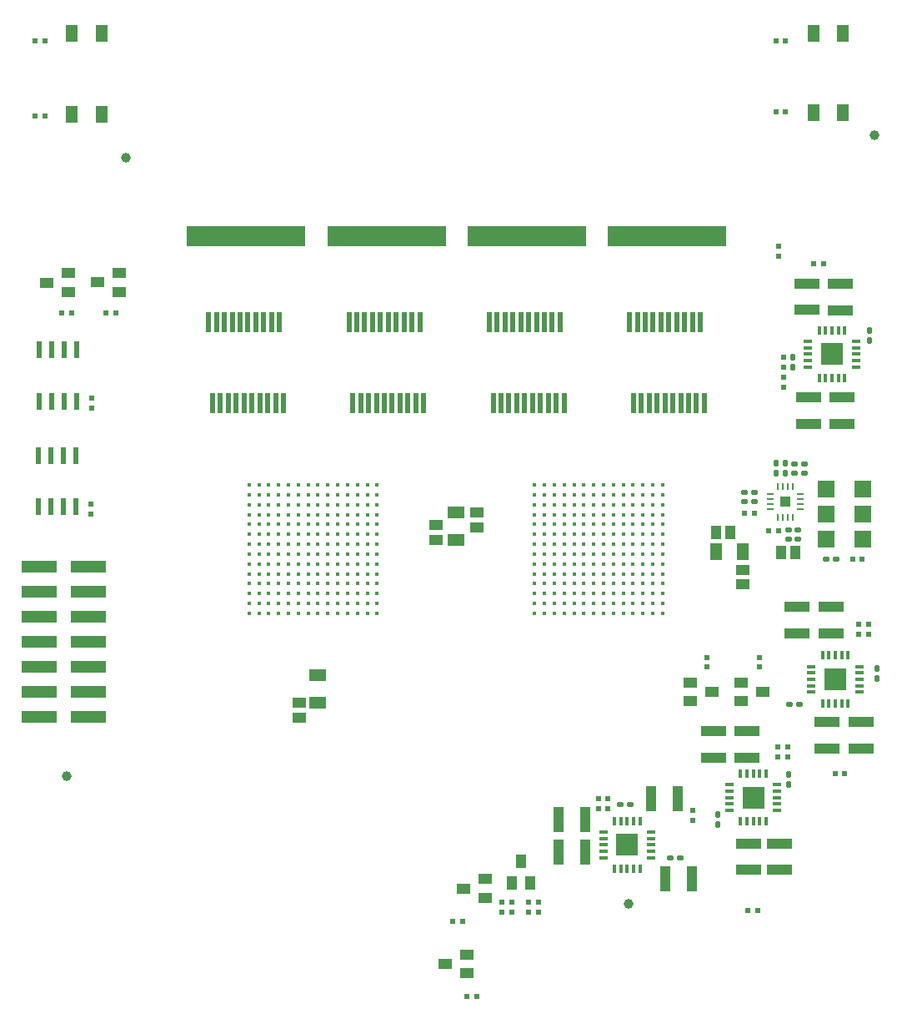
<source format=gtp>
%FSLAX44Y44*%
%MOMM*%
G71*
G01*
G75*
G04 Layer_Color=8421504*
%ADD10C,0.2032*%
%ADD11R,1.6000X1.6000*%
%ADD12R,0.2800X0.8000*%
%ADD13R,0.8000X0.2800*%
%ADD14R,0.6000X0.6000*%
%ADD15R,0.6000X0.6000*%
%ADD16R,1.4000X1.0000*%
G04:AMPARAMS|DCode=17|XSize=0.5mm|YSize=0.6mm|CornerRadius=0.125mm|HoleSize=0mm|Usage=FLASHONLY|Rotation=0.000|XOffset=0mm|YOffset=0mm|HoleType=Round|Shape=RoundedRectangle|*
%AMROUNDEDRECTD17*
21,1,0.5000,0.3500,0,0,0.0*
21,1,0.2500,0.6000,0,0,0.0*
1,1,0.2500,0.1250,-0.1750*
1,1,0.2500,-0.1250,-0.1750*
1,1,0.2500,-0.1250,0.1750*
1,1,0.2500,0.1250,0.1750*
%
%ADD17ROUNDEDRECTD17*%
%ADD18R,2.6000X1.1000*%
G04:AMPARAMS|DCode=19|XSize=0.5mm|YSize=0.6mm|CornerRadius=0.125mm|HoleSize=0mm|Usage=FLASHONLY|Rotation=270.000|XOffset=0mm|YOffset=0mm|HoleType=Round|Shape=RoundedRectangle|*
%AMROUNDEDRECTD19*
21,1,0.5000,0.3500,0,0,270.0*
21,1,0.2500,0.6000,0,0,270.0*
1,1,0.2500,-0.1750,-0.1250*
1,1,0.2500,-0.1750,0.1250*
1,1,0.2500,0.1750,0.1250*
1,1,0.2500,0.1750,-0.1250*
%
%ADD19ROUNDEDRECTD19*%
%ADD20R,1.1000X1.3500*%
%ADD21R,1.0000X1.4000*%
%ADD22R,1.4000X1.1000*%
%ADD23R,1.1500X1.8000*%
%ADD24R,0.9500X0.3500*%
%ADD25R,0.3500X0.9500*%
%ADD26R,3.3000X3.3000*%
%ADD27R,0.6000X1.8000*%
%ADD28R,0.5000X2.0000*%
%ADD29R,1.1000X1.4000*%
%ADD30R,1.1500X1.7000*%
%ADD31R,3.3000X3.3000*%
%ADD32R,1.1000X2.6000*%
%ADD33R,1.7000X1.1500*%
%ADD34C,0.4500*%
%ADD35C,1.0000*%
%ADD36R,12.0500X2.0000*%
%ADD37R,1.8000X1.8000*%
%ADD38R,3.6800X1.2700*%
%ADD39C,0.2540*%
%ADD40C,0.1270*%
%ADD41C,0.5080*%
%ADD42C,0.1524*%
%ADD43C,0.3048*%
%ADD44C,0.5000*%
%ADD45C,1.2700*%
%ADD46C,0.3810*%
%ADD47C,1.6500*%
%ADD48C,1.4732*%
%ADD49C,1.2802*%
%ADD50C,0.9500*%
%ADD51R,2.0000X2.0000*%
%ADD52C,8.0000*%
%ADD53C,0.5080*%
%ADD54C,0.4928*%
%ADD55C,0.6600*%
%ADD56C,1.0160*%
%ADD57C,1.0080*%
%ADD58C,2.0580*%
%ADD59C,2.0320*%
%ADD60C,1.4580*%
%ADD61C,1.5580*%
%ADD62C,1.6764*%
%ADD63C,4.3180*%
%ADD64C,0.7620*%
%ADD65C,0.1000*%
%ADD66C,0.1016*%
%ADD67C,0.8380*%
%ADD68R,0.4064X2.1590*%
%ADD69R,18.0340X0.5080*%
%ADD70C,0.2500*%
%ADD71C,0.6000*%
%ADD72C,0.2000*%
%ADD73R,1.1200X1.1200*%
%ADD74R,2.3100X2.3100*%
%ADD75R,2.3100X2.3100*%
D12*
X777170Y593540D02*
D03*
X782170D02*
D03*
X787170D02*
D03*
X792170D02*
D03*
Y562540D02*
D03*
X787170D02*
D03*
X782170D02*
D03*
X777170D02*
D03*
D13*
X800170Y585540D02*
D03*
Y580540D02*
D03*
Y575540D02*
D03*
Y570540D02*
D03*
X769170D02*
D03*
Y575540D02*
D03*
Y580540D02*
D03*
Y585540D02*
D03*
D14*
X104822Y769366D02*
D03*
X94822D02*
D03*
X49864D02*
D03*
X59864D02*
D03*
X777670Y549040D02*
D03*
X767670D02*
D03*
X852758Y519938D02*
D03*
X862758D02*
D03*
X746708Y163576D02*
D03*
X756708D02*
D03*
X777000Y329000D02*
D03*
X787000D02*
D03*
X777000Y319000D02*
D03*
X787000D02*
D03*
X845000Y302000D02*
D03*
X835000D02*
D03*
X859000Y454000D02*
D03*
X869000D02*
D03*
X447000Y152000D02*
D03*
X457000D02*
D03*
X859000Y444000D02*
D03*
X869000D02*
D03*
X461000Y76000D02*
D03*
X471000D02*
D03*
X33000Y1045400D02*
D03*
X23000D02*
D03*
Y969400D02*
D03*
X33000D02*
D03*
X775000Y1045400D02*
D03*
X785000D02*
D03*
Y973400D02*
D03*
X775000D02*
D03*
X823388Y819912D02*
D03*
X813388D02*
D03*
X743284Y566166D02*
D03*
X753284D02*
D03*
D15*
X758190Y410290D02*
D03*
Y420290D02*
D03*
X704850Y410290D02*
D03*
Y420290D02*
D03*
X691000Y265000D02*
D03*
Y255000D02*
D03*
X782828Y704118D02*
D03*
Y694118D02*
D03*
Y724438D02*
D03*
Y714438D02*
D03*
X595000Y267000D02*
D03*
Y277000D02*
D03*
X778002Y827612D02*
D03*
Y837612D02*
D03*
X604000Y267000D02*
D03*
Y277000D02*
D03*
X80264Y672926D02*
D03*
Y682926D02*
D03*
X79254Y565984D02*
D03*
Y575984D02*
D03*
X524000Y172000D02*
D03*
Y162000D02*
D03*
X534000D02*
D03*
Y172000D02*
D03*
X497000Y162000D02*
D03*
Y172000D02*
D03*
X506984Y172132D02*
D03*
Y162132D02*
D03*
D16*
X740111Y394905D02*
D03*
Y375905D02*
D03*
X762111Y385405D02*
D03*
X687787Y394905D02*
D03*
Y375905D02*
D03*
X709787Y385405D02*
D03*
X107774Y791108D02*
D03*
Y810108D02*
D03*
X85774Y800608D02*
D03*
X56212Y790854D02*
D03*
Y809854D02*
D03*
X34212Y800354D02*
D03*
X457724Y185794D02*
D03*
X479724Y195294D02*
D03*
Y176294D02*
D03*
X461000Y99500D02*
D03*
Y118500D02*
D03*
X439000Y109000D02*
D03*
D17*
X792480Y724582D02*
D03*
Y714582D02*
D03*
X788000Y291000D02*
D03*
Y301000D02*
D03*
X715678Y250524D02*
D03*
Y260524D02*
D03*
X869696Y742014D02*
D03*
Y752014D02*
D03*
X878000Y409000D02*
D03*
Y399000D02*
D03*
X775274Y607294D02*
D03*
Y617294D02*
D03*
X784274Y607294D02*
D03*
Y617294D02*
D03*
D18*
X842518Y657060D02*
D03*
Y684060D02*
D03*
X808482Y657060D02*
D03*
Y684060D02*
D03*
X806450Y799630D02*
D03*
Y772630D02*
D03*
X831000Y471500D02*
D03*
Y444500D02*
D03*
X747000Y231500D02*
D03*
Y204500D02*
D03*
X712000Y345500D02*
D03*
Y318500D02*
D03*
X796500Y471500D02*
D03*
Y444500D02*
D03*
X779000Y231500D02*
D03*
Y204500D02*
D03*
X746000Y345500D02*
D03*
Y318500D02*
D03*
X862000Y354500D02*
D03*
Y327500D02*
D03*
X827000D02*
D03*
Y354500D02*
D03*
X840740Y799550D02*
D03*
Y772550D02*
D03*
D19*
X836186Y519928D02*
D03*
X826186D02*
D03*
X668000Y217000D02*
D03*
X678000D02*
D03*
X797670Y540540D02*
D03*
X787670D02*
D03*
X617000Y271000D02*
D03*
X627000D02*
D03*
X797670Y549540D02*
D03*
X787670D02*
D03*
X798952Y372110D02*
D03*
X788952D02*
D03*
X753284Y578358D02*
D03*
X743284D02*
D03*
X753284Y587502D02*
D03*
X743284D02*
D03*
X804274Y607294D02*
D03*
X794274D02*
D03*
X804274Y616294D02*
D03*
X794274D02*
D03*
D20*
X780170Y527040D02*
D03*
X795170D02*
D03*
D21*
X516000Y213000D02*
D03*
X525500Y191000D02*
D03*
X506500D02*
D03*
D22*
X290830Y374022D02*
D03*
Y359022D02*
D03*
X741834Y509150D02*
D03*
Y494150D02*
D03*
X430022Y539616D02*
D03*
Y554616D02*
D03*
X471170Y567316D02*
D03*
Y552316D02*
D03*
D23*
X813000Y1053400D02*
D03*
X843000D02*
D03*
X813000Y972400D02*
D03*
X843000D02*
D03*
X60000Y971400D02*
D03*
X90000D02*
D03*
X60000Y1053400D02*
D03*
X90000D02*
D03*
D24*
X727750Y291000D02*
D03*
Y284500D02*
D03*
Y278000D02*
D03*
Y271500D02*
D03*
Y265000D02*
D03*
X776250D02*
D03*
Y271500D02*
D03*
Y278000D02*
D03*
Y284500D02*
D03*
Y291000D02*
D03*
X648250Y217000D02*
D03*
Y223500D02*
D03*
Y230000D02*
D03*
Y236500D02*
D03*
Y243000D02*
D03*
X599750D02*
D03*
Y236500D02*
D03*
Y230000D02*
D03*
Y223500D02*
D03*
Y217000D02*
D03*
X859750Y411000D02*
D03*
Y404500D02*
D03*
Y398000D02*
D03*
Y391500D02*
D03*
Y385000D02*
D03*
X811250D02*
D03*
Y391500D02*
D03*
Y398000D02*
D03*
Y404500D02*
D03*
Y411000D02*
D03*
X807680Y714710D02*
D03*
Y721210D02*
D03*
Y727710D02*
D03*
Y734210D02*
D03*
Y740710D02*
D03*
X856180D02*
D03*
Y734210D02*
D03*
Y727710D02*
D03*
Y721210D02*
D03*
Y714710D02*
D03*
D25*
X739000Y253750D02*
D03*
X745500D02*
D03*
X752000D02*
D03*
X758500D02*
D03*
X765000D02*
D03*
Y302250D02*
D03*
X758500D02*
D03*
X752000D02*
D03*
X745500D02*
D03*
X739000D02*
D03*
X611000Y205750D02*
D03*
X617500D02*
D03*
X624000D02*
D03*
X630500D02*
D03*
X637000D02*
D03*
Y254250D02*
D03*
X630500D02*
D03*
X624000D02*
D03*
X617500D02*
D03*
X611000D02*
D03*
X822500Y422250D02*
D03*
X829000D02*
D03*
X835500D02*
D03*
X842000D02*
D03*
X848500D02*
D03*
Y373750D02*
D03*
X842000D02*
D03*
X835500D02*
D03*
X829000D02*
D03*
X822500D02*
D03*
X844930Y703460D02*
D03*
X838430D02*
D03*
X831930D02*
D03*
X825430D02*
D03*
X818930D02*
D03*
Y751960D02*
D03*
X825430D02*
D03*
X831930D02*
D03*
X838430D02*
D03*
X844930D02*
D03*
D27*
X65050Y732000D02*
D03*
X52350D02*
D03*
X39650D02*
D03*
X26950D02*
D03*
X65050Y680000D02*
D03*
X52350D02*
D03*
X39650D02*
D03*
X26950D02*
D03*
X25950Y573000D02*
D03*
X38650D02*
D03*
X51350D02*
D03*
X64050D02*
D03*
X25950Y625000D02*
D03*
X38650D02*
D03*
X51350D02*
D03*
X64050D02*
D03*
D28*
X559869Y678400D02*
D03*
X487869D02*
D03*
X495869D02*
D03*
X503869D02*
D03*
X511869D02*
D03*
X519869D02*
D03*
X527869D02*
D03*
X535869D02*
D03*
X543869D02*
D03*
X551869D02*
D03*
X547869Y760400D02*
D03*
X539869D02*
D03*
X531869D02*
D03*
X523869D02*
D03*
X515869D02*
D03*
X507869D02*
D03*
X499869D02*
D03*
X491869D02*
D03*
X483869D02*
D03*
X555869Y760400D02*
D03*
X702369Y678400D02*
D03*
X630369D02*
D03*
X638369D02*
D03*
X646369D02*
D03*
X654369D02*
D03*
X662369D02*
D03*
X670369D02*
D03*
X678369D02*
D03*
X686369D02*
D03*
X694369D02*
D03*
X690369Y760400D02*
D03*
X682369D02*
D03*
X674369D02*
D03*
X666369D02*
D03*
X658369D02*
D03*
X650369D02*
D03*
X642369D02*
D03*
X634369D02*
D03*
X626369D02*
D03*
X698369Y760400D02*
D03*
X274869Y678400D02*
D03*
X202869D02*
D03*
X210869D02*
D03*
X218869D02*
D03*
X226869D02*
D03*
X234869D02*
D03*
X242869D02*
D03*
X250869D02*
D03*
X258869D02*
D03*
X266869D02*
D03*
X262869Y760400D02*
D03*
X254869D02*
D03*
X246869D02*
D03*
X238869D02*
D03*
X230869D02*
D03*
X222869D02*
D03*
X214869D02*
D03*
X206869D02*
D03*
X198869D02*
D03*
X270869Y760400D02*
D03*
X417369Y678400D02*
D03*
X345369D02*
D03*
X353369D02*
D03*
X361369D02*
D03*
X369369D02*
D03*
X377369D02*
D03*
X385369D02*
D03*
X393369D02*
D03*
X401369D02*
D03*
X409369D02*
D03*
X405369Y760400D02*
D03*
X397369D02*
D03*
X389369D02*
D03*
X381369D02*
D03*
X373369D02*
D03*
X365369D02*
D03*
X357369D02*
D03*
X349369D02*
D03*
X341369D02*
D03*
X413369Y760400D02*
D03*
D29*
X714114Y546608D02*
D03*
X729114D02*
D03*
D30*
X714214Y527050D02*
D03*
X741714D02*
D03*
D32*
X554444Y223000D02*
D03*
X581444D02*
D03*
X554444Y255524D02*
D03*
X581444D02*
D03*
X662500Y196000D02*
D03*
X689500D02*
D03*
X648500Y276606D02*
D03*
X675500D02*
D03*
D33*
X309372Y402116D02*
D03*
Y374616D02*
D03*
X450088Y539462D02*
D03*
Y566962D02*
D03*
D34*
X370000Y595000D02*
D03*
Y585000D02*
D03*
Y575000D02*
D03*
Y565000D02*
D03*
Y555000D02*
D03*
Y545000D02*
D03*
Y535000D02*
D03*
Y525000D02*
D03*
Y515000D02*
D03*
Y505000D02*
D03*
Y495000D02*
D03*
Y485000D02*
D03*
Y475000D02*
D03*
Y465000D02*
D03*
X360000Y595000D02*
D03*
Y585000D02*
D03*
Y575000D02*
D03*
Y565000D02*
D03*
Y555000D02*
D03*
Y545000D02*
D03*
Y535000D02*
D03*
Y525000D02*
D03*
Y515000D02*
D03*
Y505000D02*
D03*
Y495000D02*
D03*
Y485000D02*
D03*
Y475000D02*
D03*
Y465000D02*
D03*
X350000Y595000D02*
D03*
Y585000D02*
D03*
Y575000D02*
D03*
Y565000D02*
D03*
Y555000D02*
D03*
Y545000D02*
D03*
Y535000D02*
D03*
Y525000D02*
D03*
Y515000D02*
D03*
Y505000D02*
D03*
Y495000D02*
D03*
Y485000D02*
D03*
Y475000D02*
D03*
Y465000D02*
D03*
X340000Y595000D02*
D03*
Y585000D02*
D03*
Y575000D02*
D03*
Y565000D02*
D03*
Y555000D02*
D03*
Y545000D02*
D03*
Y535000D02*
D03*
Y525000D02*
D03*
Y515000D02*
D03*
Y505000D02*
D03*
Y495000D02*
D03*
Y485000D02*
D03*
Y475000D02*
D03*
Y465000D02*
D03*
X330000Y595000D02*
D03*
Y585000D02*
D03*
Y575000D02*
D03*
Y565000D02*
D03*
Y555000D02*
D03*
Y545000D02*
D03*
Y535000D02*
D03*
Y525000D02*
D03*
Y515000D02*
D03*
Y505000D02*
D03*
Y495000D02*
D03*
Y485000D02*
D03*
Y475000D02*
D03*
Y465000D02*
D03*
X320000Y595000D02*
D03*
Y585000D02*
D03*
Y575000D02*
D03*
Y565000D02*
D03*
Y555000D02*
D03*
Y545000D02*
D03*
Y535000D02*
D03*
Y525000D02*
D03*
Y515000D02*
D03*
Y505000D02*
D03*
Y495000D02*
D03*
Y485000D02*
D03*
Y475000D02*
D03*
Y465000D02*
D03*
X310000Y595000D02*
D03*
Y585000D02*
D03*
Y575000D02*
D03*
Y565000D02*
D03*
Y555000D02*
D03*
Y545000D02*
D03*
Y535000D02*
D03*
Y525000D02*
D03*
Y515000D02*
D03*
Y505000D02*
D03*
Y495000D02*
D03*
Y485000D02*
D03*
Y475000D02*
D03*
Y465000D02*
D03*
X300000Y595000D02*
D03*
Y585000D02*
D03*
Y575000D02*
D03*
Y565000D02*
D03*
Y555000D02*
D03*
Y545000D02*
D03*
Y535000D02*
D03*
Y525000D02*
D03*
Y515000D02*
D03*
Y505000D02*
D03*
Y495000D02*
D03*
Y485000D02*
D03*
Y475000D02*
D03*
Y465000D02*
D03*
X290000Y595000D02*
D03*
Y585000D02*
D03*
Y575000D02*
D03*
Y565000D02*
D03*
Y555000D02*
D03*
Y545000D02*
D03*
Y535000D02*
D03*
Y525000D02*
D03*
Y515000D02*
D03*
Y505000D02*
D03*
Y495000D02*
D03*
Y485000D02*
D03*
Y475000D02*
D03*
Y465000D02*
D03*
X280000Y595000D02*
D03*
Y585000D02*
D03*
Y575000D02*
D03*
Y565000D02*
D03*
Y555000D02*
D03*
Y545000D02*
D03*
Y535000D02*
D03*
Y525000D02*
D03*
Y515000D02*
D03*
Y505000D02*
D03*
Y495000D02*
D03*
Y485000D02*
D03*
Y475000D02*
D03*
Y465000D02*
D03*
X270000Y595000D02*
D03*
Y585000D02*
D03*
Y575000D02*
D03*
Y565000D02*
D03*
Y555000D02*
D03*
Y545000D02*
D03*
Y535000D02*
D03*
Y525000D02*
D03*
Y515000D02*
D03*
Y505000D02*
D03*
Y495000D02*
D03*
Y485000D02*
D03*
Y475000D02*
D03*
Y465000D02*
D03*
X260000Y595000D02*
D03*
Y585000D02*
D03*
Y575000D02*
D03*
Y565000D02*
D03*
Y555000D02*
D03*
Y545000D02*
D03*
Y535000D02*
D03*
Y525000D02*
D03*
Y515000D02*
D03*
Y505000D02*
D03*
Y495000D02*
D03*
Y485000D02*
D03*
Y475000D02*
D03*
Y465000D02*
D03*
X250000Y595000D02*
D03*
Y585000D02*
D03*
Y575000D02*
D03*
Y565000D02*
D03*
Y555000D02*
D03*
Y545000D02*
D03*
Y535000D02*
D03*
Y525000D02*
D03*
Y515000D02*
D03*
Y505000D02*
D03*
Y495000D02*
D03*
Y485000D02*
D03*
Y475000D02*
D03*
Y465000D02*
D03*
X240000Y595000D02*
D03*
Y585000D02*
D03*
Y575000D02*
D03*
Y565000D02*
D03*
Y555000D02*
D03*
Y545000D02*
D03*
Y535000D02*
D03*
Y525000D02*
D03*
Y515000D02*
D03*
Y505000D02*
D03*
Y495000D02*
D03*
Y485000D02*
D03*
Y475000D02*
D03*
Y465000D02*
D03*
X530000D02*
D03*
Y475000D02*
D03*
Y485000D02*
D03*
Y495000D02*
D03*
Y505000D02*
D03*
Y515000D02*
D03*
Y525000D02*
D03*
Y535000D02*
D03*
Y545000D02*
D03*
Y555000D02*
D03*
Y565000D02*
D03*
Y575000D02*
D03*
Y585000D02*
D03*
Y595000D02*
D03*
X540000Y465000D02*
D03*
Y475000D02*
D03*
Y485000D02*
D03*
Y495000D02*
D03*
Y505000D02*
D03*
Y515000D02*
D03*
Y525000D02*
D03*
Y535000D02*
D03*
Y545000D02*
D03*
Y555000D02*
D03*
Y565000D02*
D03*
Y575000D02*
D03*
Y585000D02*
D03*
Y595000D02*
D03*
X550000Y465000D02*
D03*
Y475000D02*
D03*
Y485000D02*
D03*
Y495000D02*
D03*
Y505000D02*
D03*
Y515000D02*
D03*
Y525000D02*
D03*
Y535000D02*
D03*
Y545000D02*
D03*
Y555000D02*
D03*
Y565000D02*
D03*
Y575000D02*
D03*
Y585000D02*
D03*
Y595000D02*
D03*
X560000Y465000D02*
D03*
Y475000D02*
D03*
Y485000D02*
D03*
Y495000D02*
D03*
Y505000D02*
D03*
Y515000D02*
D03*
Y525000D02*
D03*
Y535000D02*
D03*
Y545000D02*
D03*
Y555000D02*
D03*
Y565000D02*
D03*
Y575000D02*
D03*
Y585000D02*
D03*
Y595000D02*
D03*
X570000Y465000D02*
D03*
Y475000D02*
D03*
Y485000D02*
D03*
Y495000D02*
D03*
Y505000D02*
D03*
Y515000D02*
D03*
Y525000D02*
D03*
Y535000D02*
D03*
Y545000D02*
D03*
Y555000D02*
D03*
Y565000D02*
D03*
Y575000D02*
D03*
Y585000D02*
D03*
Y595000D02*
D03*
X580000Y465000D02*
D03*
Y475000D02*
D03*
Y485000D02*
D03*
Y495000D02*
D03*
Y505000D02*
D03*
Y515000D02*
D03*
Y525000D02*
D03*
Y535000D02*
D03*
Y545000D02*
D03*
Y555000D02*
D03*
Y565000D02*
D03*
Y575000D02*
D03*
Y585000D02*
D03*
Y595000D02*
D03*
X590000Y465000D02*
D03*
Y475000D02*
D03*
Y485000D02*
D03*
Y495000D02*
D03*
Y505000D02*
D03*
Y515000D02*
D03*
Y525000D02*
D03*
Y535000D02*
D03*
Y545000D02*
D03*
Y555000D02*
D03*
Y565000D02*
D03*
Y575000D02*
D03*
Y585000D02*
D03*
Y595000D02*
D03*
X600000Y465000D02*
D03*
Y475000D02*
D03*
Y485000D02*
D03*
Y495000D02*
D03*
Y505000D02*
D03*
Y515000D02*
D03*
Y525000D02*
D03*
Y535000D02*
D03*
Y545000D02*
D03*
Y555000D02*
D03*
Y565000D02*
D03*
Y575000D02*
D03*
Y585000D02*
D03*
Y595000D02*
D03*
X610000Y465000D02*
D03*
Y475000D02*
D03*
Y485000D02*
D03*
Y495000D02*
D03*
Y505000D02*
D03*
Y515000D02*
D03*
Y525000D02*
D03*
Y535000D02*
D03*
Y545000D02*
D03*
Y555000D02*
D03*
Y565000D02*
D03*
Y575000D02*
D03*
Y585000D02*
D03*
Y595000D02*
D03*
X620000Y465000D02*
D03*
Y475000D02*
D03*
Y485000D02*
D03*
Y495000D02*
D03*
Y505000D02*
D03*
Y515000D02*
D03*
Y525000D02*
D03*
Y535000D02*
D03*
Y545000D02*
D03*
Y555000D02*
D03*
Y565000D02*
D03*
Y575000D02*
D03*
Y585000D02*
D03*
Y595000D02*
D03*
X630000Y465000D02*
D03*
Y475000D02*
D03*
Y485000D02*
D03*
Y495000D02*
D03*
Y505000D02*
D03*
Y515000D02*
D03*
Y525000D02*
D03*
Y535000D02*
D03*
Y545000D02*
D03*
Y555000D02*
D03*
Y565000D02*
D03*
Y575000D02*
D03*
Y585000D02*
D03*
Y595000D02*
D03*
X640000Y465000D02*
D03*
Y475000D02*
D03*
Y485000D02*
D03*
Y495000D02*
D03*
Y505000D02*
D03*
Y515000D02*
D03*
Y525000D02*
D03*
Y535000D02*
D03*
Y545000D02*
D03*
Y555000D02*
D03*
Y565000D02*
D03*
Y575000D02*
D03*
Y585000D02*
D03*
Y595000D02*
D03*
X650000Y465000D02*
D03*
Y475000D02*
D03*
Y485000D02*
D03*
Y495000D02*
D03*
Y505000D02*
D03*
Y515000D02*
D03*
Y525000D02*
D03*
Y535000D02*
D03*
Y545000D02*
D03*
Y555000D02*
D03*
Y565000D02*
D03*
Y575000D02*
D03*
Y585000D02*
D03*
Y595000D02*
D03*
X660000Y465000D02*
D03*
Y475000D02*
D03*
Y485000D02*
D03*
Y495000D02*
D03*
Y505000D02*
D03*
Y515000D02*
D03*
Y525000D02*
D03*
Y535000D02*
D03*
Y545000D02*
D03*
Y555000D02*
D03*
Y565000D02*
D03*
Y575000D02*
D03*
Y585000D02*
D03*
Y595000D02*
D03*
D35*
X55000Y300000D02*
D03*
X625000Y170000D02*
D03*
X875000Y950000D02*
D03*
X115000Y927000D02*
D03*
D36*
X664469Y847400D02*
D03*
X521969D02*
D03*
X379469D02*
D03*
X236919D02*
D03*
D37*
X825800Y539750D02*
D03*
Y565150D02*
D03*
Y590550D02*
D03*
X863300D02*
D03*
Y565150D02*
D03*
Y539750D02*
D03*
D38*
X76750Y410600D02*
D03*
Y385200D02*
D03*
Y359800D02*
D03*
Y486800D02*
D03*
Y461400D02*
D03*
Y436000D02*
D03*
Y512200D02*
D03*
X27250D02*
D03*
Y436000D02*
D03*
Y461400D02*
D03*
Y486800D02*
D03*
Y359800D02*
D03*
Y385200D02*
D03*
Y410600D02*
D03*
D73*
X784670Y578040D02*
D03*
D74*
X752000Y278000D02*
D03*
X835500Y398000D02*
D03*
X831930Y727710D02*
D03*
D75*
X624000Y230000D02*
D03*
M02*

</source>
